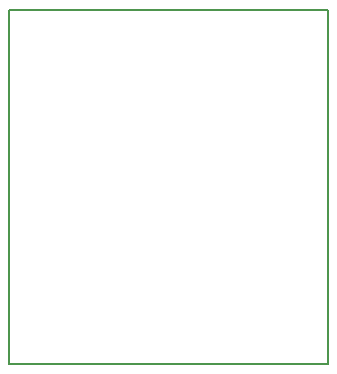
<source format=gbr>
G04 #@! TF.FileFunction,Profile,NP*
%FSLAX46Y46*%
G04 Gerber Fmt 4.6, Leading zero omitted, Abs format (unit mm)*
G04 Created by KiCad (PCBNEW 4.0.7-e2-6376~58~ubuntu16.04.1) date Tue Sep 19 17:51:42 2017*
%MOMM*%
%LPD*%
G01*
G04 APERTURE LIST*
%ADD10C,0.100000*%
%ADD11C,0.150000*%
G04 APERTURE END LIST*
D10*
D11*
X27000000Y30000000D02*
X0Y30000000D01*
X27000000Y0D02*
X27000000Y30000000D01*
X0Y0D02*
X27000000Y0D01*
X0Y30000000D02*
X0Y0D01*
M02*

</source>
